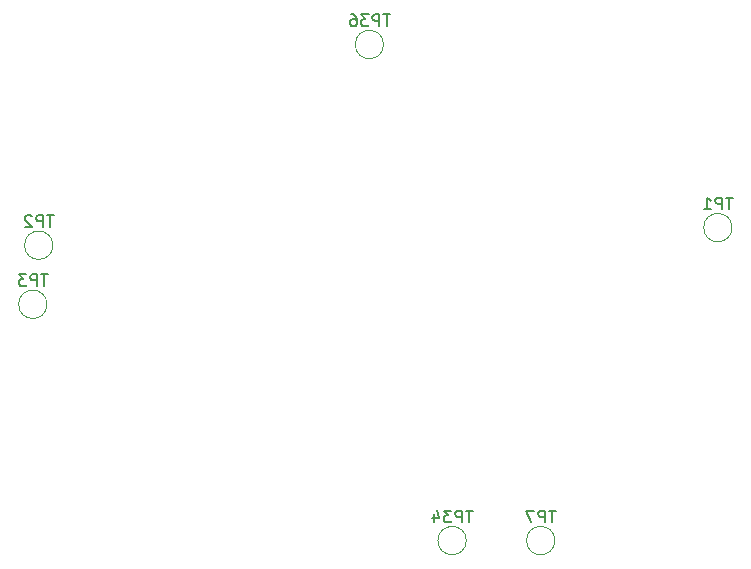
<source format=gbr>
%TF.GenerationSoftware,KiCad,Pcbnew,9.0.0*%
%TF.CreationDate,2025-03-28T01:08:04+02:00*%
%TF.ProjectId,MM,4d4d2e6b-6963-4616-945f-706362585858,rev?*%
%TF.SameCoordinates,Original*%
%TF.FileFunction,Legend,Bot*%
%TF.FilePolarity,Positive*%
%FSLAX46Y46*%
G04 Gerber Fmt 4.6, Leading zero omitted, Abs format (unit mm)*
G04 Created by KiCad (PCBNEW 9.0.0) date 2025-03-28 01:08:04*
%MOMM*%
%LPD*%
G01*
G04 APERTURE LIST*
%ADD10C,0.150000*%
%ADD11C,0.120000*%
G04 APERTURE END LIST*
D10*
X154738094Y-63456819D02*
X154166666Y-63456819D01*
X154452380Y-64456819D02*
X154452380Y-63456819D01*
X153833332Y-64456819D02*
X153833332Y-63456819D01*
X153833332Y-63456819D02*
X153452380Y-63456819D01*
X153452380Y-63456819D02*
X153357142Y-63504438D01*
X153357142Y-63504438D02*
X153309523Y-63552057D01*
X153309523Y-63552057D02*
X153261904Y-63647295D01*
X153261904Y-63647295D02*
X153261904Y-63790152D01*
X153261904Y-63790152D02*
X153309523Y-63885390D01*
X153309523Y-63885390D02*
X153357142Y-63933009D01*
X153357142Y-63933009D02*
X153452380Y-63980628D01*
X153452380Y-63980628D02*
X153833332Y-63980628D01*
X152928570Y-63456819D02*
X152309523Y-63456819D01*
X152309523Y-63456819D02*
X152642856Y-63837771D01*
X152642856Y-63837771D02*
X152499999Y-63837771D01*
X152499999Y-63837771D02*
X152404761Y-63885390D01*
X152404761Y-63885390D02*
X152357142Y-63933009D01*
X152357142Y-63933009D02*
X152309523Y-64028247D01*
X152309523Y-64028247D02*
X152309523Y-64266342D01*
X152309523Y-64266342D02*
X152357142Y-64361580D01*
X152357142Y-64361580D02*
X152404761Y-64409200D01*
X152404761Y-64409200D02*
X152499999Y-64456819D01*
X152499999Y-64456819D02*
X152785713Y-64456819D01*
X152785713Y-64456819D02*
X152880951Y-64409200D01*
X152880951Y-64409200D02*
X152928570Y-64361580D01*
X151452380Y-63456819D02*
X151642856Y-63456819D01*
X151642856Y-63456819D02*
X151738094Y-63504438D01*
X151738094Y-63504438D02*
X151785713Y-63552057D01*
X151785713Y-63552057D02*
X151880951Y-63694914D01*
X151880951Y-63694914D02*
X151928570Y-63885390D01*
X151928570Y-63885390D02*
X151928570Y-64266342D01*
X151928570Y-64266342D02*
X151880951Y-64361580D01*
X151880951Y-64361580D02*
X151833332Y-64409200D01*
X151833332Y-64409200D02*
X151738094Y-64456819D01*
X151738094Y-64456819D02*
X151547618Y-64456819D01*
X151547618Y-64456819D02*
X151452380Y-64409200D01*
X151452380Y-64409200D02*
X151404761Y-64361580D01*
X151404761Y-64361580D02*
X151357142Y-64266342D01*
X151357142Y-64266342D02*
X151357142Y-64028247D01*
X151357142Y-64028247D02*
X151404761Y-63933009D01*
X151404761Y-63933009D02*
X151452380Y-63885390D01*
X151452380Y-63885390D02*
X151547618Y-63837771D01*
X151547618Y-63837771D02*
X151738094Y-63837771D01*
X151738094Y-63837771D02*
X151833332Y-63885390D01*
X151833332Y-63885390D02*
X151880951Y-63933009D01*
X151880951Y-63933009D02*
X151928570Y-64028247D01*
X161738094Y-105456819D02*
X161166666Y-105456819D01*
X161452380Y-106456819D02*
X161452380Y-105456819D01*
X160833332Y-106456819D02*
X160833332Y-105456819D01*
X160833332Y-105456819D02*
X160452380Y-105456819D01*
X160452380Y-105456819D02*
X160357142Y-105504438D01*
X160357142Y-105504438D02*
X160309523Y-105552057D01*
X160309523Y-105552057D02*
X160261904Y-105647295D01*
X160261904Y-105647295D02*
X160261904Y-105790152D01*
X160261904Y-105790152D02*
X160309523Y-105885390D01*
X160309523Y-105885390D02*
X160357142Y-105933009D01*
X160357142Y-105933009D02*
X160452380Y-105980628D01*
X160452380Y-105980628D02*
X160833332Y-105980628D01*
X159928570Y-105456819D02*
X159309523Y-105456819D01*
X159309523Y-105456819D02*
X159642856Y-105837771D01*
X159642856Y-105837771D02*
X159499999Y-105837771D01*
X159499999Y-105837771D02*
X159404761Y-105885390D01*
X159404761Y-105885390D02*
X159357142Y-105933009D01*
X159357142Y-105933009D02*
X159309523Y-106028247D01*
X159309523Y-106028247D02*
X159309523Y-106266342D01*
X159309523Y-106266342D02*
X159357142Y-106361580D01*
X159357142Y-106361580D02*
X159404761Y-106409200D01*
X159404761Y-106409200D02*
X159499999Y-106456819D01*
X159499999Y-106456819D02*
X159785713Y-106456819D01*
X159785713Y-106456819D02*
X159880951Y-106409200D01*
X159880951Y-106409200D02*
X159928570Y-106361580D01*
X158452380Y-105790152D02*
X158452380Y-106456819D01*
X158690475Y-105409200D02*
X158928570Y-106123485D01*
X158928570Y-106123485D02*
X158309523Y-106123485D01*
X125761904Y-85456819D02*
X125190476Y-85456819D01*
X125476190Y-86456819D02*
X125476190Y-85456819D01*
X124857142Y-86456819D02*
X124857142Y-85456819D01*
X124857142Y-85456819D02*
X124476190Y-85456819D01*
X124476190Y-85456819D02*
X124380952Y-85504438D01*
X124380952Y-85504438D02*
X124333333Y-85552057D01*
X124333333Y-85552057D02*
X124285714Y-85647295D01*
X124285714Y-85647295D02*
X124285714Y-85790152D01*
X124285714Y-85790152D02*
X124333333Y-85885390D01*
X124333333Y-85885390D02*
X124380952Y-85933009D01*
X124380952Y-85933009D02*
X124476190Y-85980628D01*
X124476190Y-85980628D02*
X124857142Y-85980628D01*
X123952380Y-85456819D02*
X123333333Y-85456819D01*
X123333333Y-85456819D02*
X123666666Y-85837771D01*
X123666666Y-85837771D02*
X123523809Y-85837771D01*
X123523809Y-85837771D02*
X123428571Y-85885390D01*
X123428571Y-85885390D02*
X123380952Y-85933009D01*
X123380952Y-85933009D02*
X123333333Y-86028247D01*
X123333333Y-86028247D02*
X123333333Y-86266342D01*
X123333333Y-86266342D02*
X123380952Y-86361580D01*
X123380952Y-86361580D02*
X123428571Y-86409200D01*
X123428571Y-86409200D02*
X123523809Y-86456819D01*
X123523809Y-86456819D02*
X123809523Y-86456819D01*
X123809523Y-86456819D02*
X123904761Y-86409200D01*
X123904761Y-86409200D02*
X123952380Y-86361580D01*
X168761904Y-105456819D02*
X168190476Y-105456819D01*
X168476190Y-106456819D02*
X168476190Y-105456819D01*
X167857142Y-106456819D02*
X167857142Y-105456819D01*
X167857142Y-105456819D02*
X167476190Y-105456819D01*
X167476190Y-105456819D02*
X167380952Y-105504438D01*
X167380952Y-105504438D02*
X167333333Y-105552057D01*
X167333333Y-105552057D02*
X167285714Y-105647295D01*
X167285714Y-105647295D02*
X167285714Y-105790152D01*
X167285714Y-105790152D02*
X167333333Y-105885390D01*
X167333333Y-105885390D02*
X167380952Y-105933009D01*
X167380952Y-105933009D02*
X167476190Y-105980628D01*
X167476190Y-105980628D02*
X167857142Y-105980628D01*
X166952380Y-105456819D02*
X166285714Y-105456819D01*
X166285714Y-105456819D02*
X166714285Y-106456819D01*
X126261904Y-80456819D02*
X125690476Y-80456819D01*
X125976190Y-81456819D02*
X125976190Y-80456819D01*
X125357142Y-81456819D02*
X125357142Y-80456819D01*
X125357142Y-80456819D02*
X124976190Y-80456819D01*
X124976190Y-80456819D02*
X124880952Y-80504438D01*
X124880952Y-80504438D02*
X124833333Y-80552057D01*
X124833333Y-80552057D02*
X124785714Y-80647295D01*
X124785714Y-80647295D02*
X124785714Y-80790152D01*
X124785714Y-80790152D02*
X124833333Y-80885390D01*
X124833333Y-80885390D02*
X124880952Y-80933009D01*
X124880952Y-80933009D02*
X124976190Y-80980628D01*
X124976190Y-80980628D02*
X125357142Y-80980628D01*
X124404761Y-80552057D02*
X124357142Y-80504438D01*
X124357142Y-80504438D02*
X124261904Y-80456819D01*
X124261904Y-80456819D02*
X124023809Y-80456819D01*
X124023809Y-80456819D02*
X123928571Y-80504438D01*
X123928571Y-80504438D02*
X123880952Y-80552057D01*
X123880952Y-80552057D02*
X123833333Y-80647295D01*
X123833333Y-80647295D02*
X123833333Y-80742533D01*
X123833333Y-80742533D02*
X123880952Y-80885390D01*
X123880952Y-80885390D02*
X124452380Y-81456819D01*
X124452380Y-81456819D02*
X123833333Y-81456819D01*
X183761904Y-78956819D02*
X183190476Y-78956819D01*
X183476190Y-79956819D02*
X183476190Y-78956819D01*
X182857142Y-79956819D02*
X182857142Y-78956819D01*
X182857142Y-78956819D02*
X182476190Y-78956819D01*
X182476190Y-78956819D02*
X182380952Y-79004438D01*
X182380952Y-79004438D02*
X182333333Y-79052057D01*
X182333333Y-79052057D02*
X182285714Y-79147295D01*
X182285714Y-79147295D02*
X182285714Y-79290152D01*
X182285714Y-79290152D02*
X182333333Y-79385390D01*
X182333333Y-79385390D02*
X182380952Y-79433009D01*
X182380952Y-79433009D02*
X182476190Y-79480628D01*
X182476190Y-79480628D02*
X182857142Y-79480628D01*
X181333333Y-79956819D02*
X181904761Y-79956819D01*
X181619047Y-79956819D02*
X181619047Y-78956819D01*
X181619047Y-78956819D02*
X181714285Y-79099676D01*
X181714285Y-79099676D02*
X181809523Y-79194914D01*
X181809523Y-79194914D02*
X181904761Y-79242533D01*
D11*
%TO.C,TP36*%
X154200000Y-66000000D02*
G75*
G02*
X151800000Y-66000000I-1200000J0D01*
G01*
X151800000Y-66000000D02*
G75*
G02*
X154200000Y-66000000I1200000J0D01*
G01*
%TO.C,TP34*%
X161200000Y-108000000D02*
G75*
G02*
X158800000Y-108000000I-1200000J0D01*
G01*
X158800000Y-108000000D02*
G75*
G02*
X161200000Y-108000000I1200000J0D01*
G01*
%TO.C,TP3*%
X125700000Y-88000000D02*
G75*
G02*
X123300000Y-88000000I-1200000J0D01*
G01*
X123300000Y-88000000D02*
G75*
G02*
X125700000Y-88000000I1200000J0D01*
G01*
%TO.C,TP7*%
X168700000Y-108000000D02*
G75*
G02*
X166300000Y-108000000I-1200000J0D01*
G01*
X166300000Y-108000000D02*
G75*
G02*
X168700000Y-108000000I1200000J0D01*
G01*
%TO.C,TP2*%
X126200000Y-83000000D02*
G75*
G02*
X123800000Y-83000000I-1200000J0D01*
G01*
X123800000Y-83000000D02*
G75*
G02*
X126200000Y-83000000I1200000J0D01*
G01*
%TO.C,TP1*%
X183700000Y-81500000D02*
G75*
G02*
X181300000Y-81500000I-1200000J0D01*
G01*
X181300000Y-81500000D02*
G75*
G02*
X183700000Y-81500000I1200000J0D01*
G01*
%TD*%
M02*

</source>
